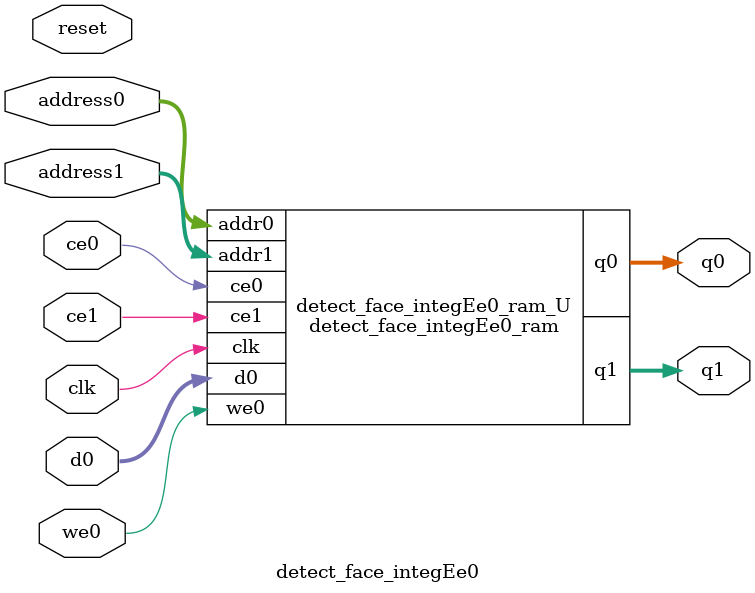
<source format=v>

`timescale 1 ns / 1 ps
module detect_face_integEe0_ram (addr0, ce0, d0, we0, q0, addr1, ce1, q1,  clk);

parameter DWIDTH = 32;
parameter AWIDTH = 15;
parameter MEM_SIZE = 19200;

input[AWIDTH-1:0] addr0;
input ce0;
input[DWIDTH-1:0] d0;
input we0;
output reg[DWIDTH-1:0] q0;
input[AWIDTH-1:0] addr1;
input ce1;
output reg[DWIDTH-1:0] q1;
input clk;

(* ram_style = "block" *)reg [DWIDTH-1:0] ram[0:MEM_SIZE-1];




always @(posedge clk)  
begin 
    if (ce0) 
    begin
        if (we0) 
        begin 
            ram[addr0] <= d0; 
            q0 <= d0;
        end 
        else 
            q0 <= ram[addr0];
    end
end


always @(posedge clk)  
begin 
    if (ce1) 
    begin
            q1 <= ram[addr1];
    end
end


endmodule


`timescale 1 ns / 1 ps
module detect_face_integEe0(
    reset,
    clk,
    address0,
    ce0,
    we0,
    d0,
    q0,
    address1,
    ce1,
    q1);

parameter DataWidth = 32'd32;
parameter AddressRange = 32'd19200;
parameter AddressWidth = 32'd15;
input reset;
input clk;
input[AddressWidth - 1:0] address0;
input ce0;
input we0;
input[DataWidth - 1:0] d0;
output[DataWidth - 1:0] q0;
input[AddressWidth - 1:0] address1;
input ce1;
output[DataWidth - 1:0] q1;



detect_face_integEe0_ram detect_face_integEe0_ram_U(
    .clk( clk ),
    .addr0( address0 ),
    .ce0( ce0 ),
    .d0( d0 ),
    .we0( we0 ),
    .q0( q0 ),
    .addr1( address1 ),
    .ce1( ce1 ),
    .q1( q1 ));

endmodule


</source>
